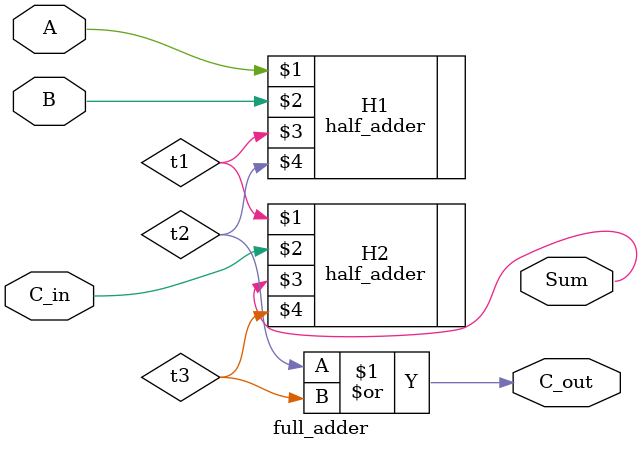
<source format=v>
module full_adder(A,B,C_in,Sum,C_out);
    input   A,B,C_in    ;
    output  Sum,C_out   ;

    wire t1,t2,t3   ;

    half_adder  H1(A,B,t1,t2)       ;
    half_adder  H2(t1,C_in,Sum,t3)  ;

    or G1(C_out,t2,t3)  ;

endmodule
</source>
